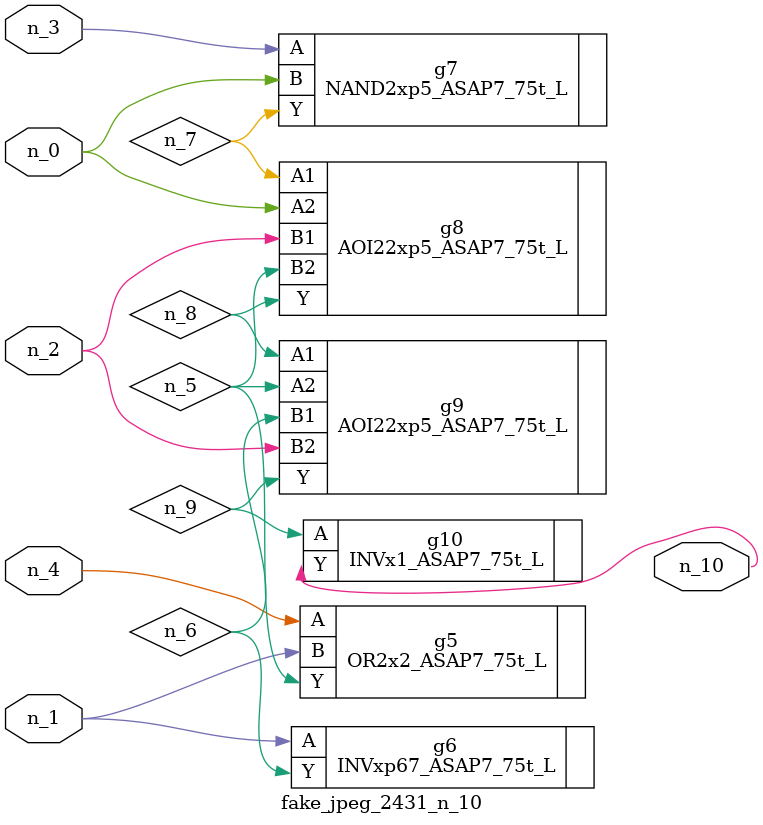
<source format=v>
module fake_jpeg_2431_n_10 (n_3, n_2, n_1, n_0, n_4, n_10);

input n_3;
input n_2;
input n_1;
input n_0;
input n_4;

output n_10;

wire n_8;
wire n_9;
wire n_6;
wire n_5;
wire n_7;

OR2x2_ASAP7_75t_L g5 ( 
.A(n_4),
.B(n_1),
.Y(n_5)
);

INVxp67_ASAP7_75t_L g6 ( 
.A(n_1),
.Y(n_6)
);

NAND2xp5_ASAP7_75t_L g7 ( 
.A(n_3),
.B(n_0),
.Y(n_7)
);

AOI22xp5_ASAP7_75t_L g8 ( 
.A1(n_7),
.A2(n_0),
.B1(n_2),
.B2(n_5),
.Y(n_8)
);

AOI22xp5_ASAP7_75t_L g9 ( 
.A1(n_8),
.A2(n_5),
.B1(n_6),
.B2(n_2),
.Y(n_9)
);

INVx1_ASAP7_75t_L g10 ( 
.A(n_9),
.Y(n_10)
);


endmodule
</source>
